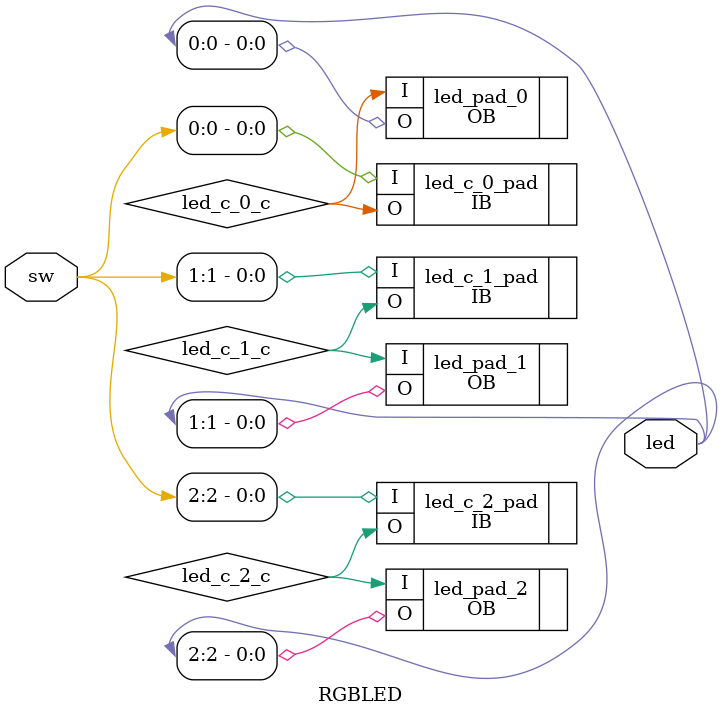
<source format=v>

module RGBLED (sw, led);   // e:/lattice_fpga/rgbled/rgbled.v(1[8:14])
    input [2:0]sw;   // e:/lattice_fpga/rgbled/rgbled.v(2[14:16])
    output [2:0]led;   // e:/lattice_fpga/rgbled/rgbled.v(3[15:18])
    
    
    wire led_c_2_c, led_c_1_c, led_c_0_c, GND_net, VCC_net;
    
    VLO i23 (.Z(GND_net));
    OB led_pad_2 (.I(led_c_2_c), .O(led[2]));   // e:/lattice_fpga/rgbled/rgbled.v(3[15:18])
    OB led_pad_1 (.I(led_c_1_c), .O(led[1]));   // e:/lattice_fpga/rgbled/rgbled.v(3[15:18])
    OB led_pad_0 (.I(led_c_0_c), .O(led[0]));   // e:/lattice_fpga/rgbled/rgbled.v(3[15:18])
    IB led_c_2_pad (.I(sw[2]), .O(led_c_2_c));   // e:/lattice_fpga/rgbled/rgbled.v(2[14:16])
    IB led_c_1_pad (.I(sw[1]), .O(led_c_1_c));   // e:/lattice_fpga/rgbled/rgbled.v(2[14:16])
    IB led_c_0_pad (.I(sw[0]), .O(led_c_0_c));   // e:/lattice_fpga/rgbled/rgbled.v(2[14:16])
    GSR GSR_INST (.GSR(VCC_net));
    TSALL TSALL_INST (.TSALL(GND_net));
    PUR PUR_INST (.PUR(VCC_net));
    defparam PUR_INST.RST_PULSE = 1;
    VHI i24 (.Z(VCC_net));
    
endmodule
//
// Verilog Description of module TSALL
// module not written out since it is a black-box. 
//

//
// Verilog Description of module PUR
// module not written out since it is a black-box. 
//


</source>
